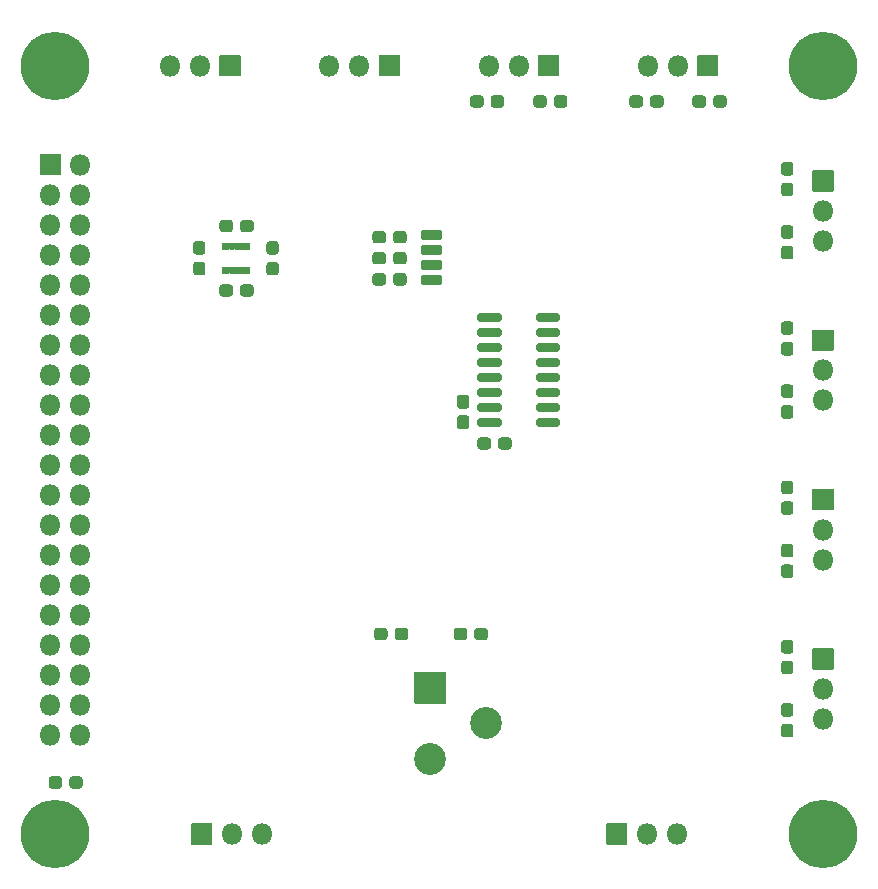
<source format=gbr>
G04 #@! TF.GenerationSoftware,KiCad,Pcbnew,5.1.9-73d0e3b20d~88~ubuntu20.04.1*
G04 #@! TF.CreationDate,2020-12-30T12:03:23-07:00*
G04 #@! TF.ProjectId,Motherboard,4d6f7468-6572-4626-9f61-72642e6b6963,rev?*
G04 #@! TF.SameCoordinates,Original*
G04 #@! TF.FileFunction,Soldermask,Top*
G04 #@! TF.FilePolarity,Negative*
%FSLAX46Y46*%
G04 Gerber Fmt 4.6, Leading zero omitted, Abs format (unit mm)*
G04 Created by KiCad (PCBNEW 5.1.9-73d0e3b20d~88~ubuntu20.04.1) date 2020-12-30 12:03:23*
%MOMM*%
%LPD*%
G01*
G04 APERTURE LIST*
%ADD10C,5.802000*%
%ADD11O,1.802000X1.802000*%
%ADD12C,2.702000*%
%ADD13C,0.100000*%
G04 APERTURE END LIST*
G36*
G01*
X93646000Y-61713000D02*
X93646000Y-62239000D01*
G75*
G02*
X93383000Y-62502000I-263000J0D01*
G01*
X92757000Y-62502000D01*
G75*
G02*
X92494000Y-62239000I0J263000D01*
G01*
X92494000Y-61713000D01*
G75*
G02*
X92757000Y-61450000I263000J0D01*
G01*
X93383000Y-61450000D01*
G75*
G02*
X93646000Y-61713000I0J-263000D01*
G01*
G37*
G36*
G01*
X91896000Y-61713000D02*
X91896000Y-62239000D01*
G75*
G02*
X91633000Y-62502000I-263000J0D01*
G01*
X91007000Y-62502000D01*
G75*
G02*
X90744000Y-62239000I0J263000D01*
G01*
X90744000Y-61713000D01*
G75*
G02*
X91007000Y-61450000I263000J0D01*
G01*
X91633000Y-61450000D01*
G75*
G02*
X91896000Y-61713000I0J-263000D01*
G01*
G37*
G36*
G01*
X67463000Y-45992500D02*
X66937000Y-45992500D01*
G75*
G02*
X66674000Y-45729500I0J263000D01*
G01*
X66674000Y-45103500D01*
G75*
G02*
X66937000Y-44840500I263000J0D01*
G01*
X67463000Y-44840500D01*
G75*
G02*
X67726000Y-45103500I0J-263000D01*
G01*
X67726000Y-45729500D01*
G75*
G02*
X67463000Y-45992500I-263000J0D01*
G01*
G37*
G36*
G01*
X67463000Y-47742500D02*
X66937000Y-47742500D01*
G75*
G02*
X66674000Y-47479500I0J263000D01*
G01*
X66674000Y-46853500D01*
G75*
G02*
X66937000Y-46590500I263000J0D01*
G01*
X67463000Y-46590500D01*
G75*
G02*
X67726000Y-46853500I0J-263000D01*
G01*
X67726000Y-47479500D01*
G75*
G02*
X67463000Y-47742500I-263000J0D01*
G01*
G37*
G36*
G01*
X68907000Y-49285000D02*
X68907000Y-48759000D01*
G75*
G02*
X69170000Y-48496000I263000J0D01*
G01*
X69796000Y-48496000D01*
G75*
G02*
X70059000Y-48759000I0J-263000D01*
G01*
X70059000Y-49285000D01*
G75*
G02*
X69796000Y-49548000I-263000J0D01*
G01*
X69170000Y-49548000D01*
G75*
G02*
X68907000Y-49285000I0J263000D01*
G01*
G37*
G36*
G01*
X70657000Y-49285000D02*
X70657000Y-48759000D01*
G75*
G02*
X70920000Y-48496000I263000J0D01*
G01*
X71546000Y-48496000D01*
G75*
G02*
X71809000Y-48759000I0J-263000D01*
G01*
X71809000Y-49285000D01*
G75*
G02*
X71546000Y-49548000I-263000J0D01*
G01*
X70920000Y-49548000D01*
G75*
G02*
X70657000Y-49285000I0J263000D01*
G01*
G37*
G36*
G01*
X83013000Y-46028500D02*
X83013000Y-46554500D01*
G75*
G02*
X82750000Y-46817500I-263000J0D01*
G01*
X82124000Y-46817500D01*
G75*
G02*
X81861000Y-46554500I0J263000D01*
G01*
X81861000Y-46028500D01*
G75*
G02*
X82124000Y-45765500I263000J0D01*
G01*
X82750000Y-45765500D01*
G75*
G02*
X83013000Y-46028500I0J-263000D01*
G01*
G37*
G36*
G01*
X84763000Y-46028500D02*
X84763000Y-46554500D01*
G75*
G02*
X84500000Y-46817500I-263000J0D01*
G01*
X83874000Y-46817500D01*
G75*
G02*
X83611000Y-46554500I0J263000D01*
G01*
X83611000Y-46028500D01*
G75*
G02*
X83874000Y-45765500I263000J0D01*
G01*
X84500000Y-45765500D01*
G75*
G02*
X84763000Y-46028500I0J-263000D01*
G01*
G37*
G36*
G01*
X56190500Y-90941000D02*
X56190500Y-90415000D01*
G75*
G02*
X56453500Y-90152000I263000J0D01*
G01*
X57079500Y-90152000D01*
G75*
G02*
X57342500Y-90415000I0J-263000D01*
G01*
X57342500Y-90941000D01*
G75*
G02*
X57079500Y-91204000I-263000J0D01*
G01*
X56453500Y-91204000D01*
G75*
G02*
X56190500Y-90941000I0J263000D01*
G01*
G37*
G36*
G01*
X54440500Y-90941000D02*
X54440500Y-90415000D01*
G75*
G02*
X54703500Y-90152000I263000J0D01*
G01*
X55329500Y-90152000D01*
G75*
G02*
X55592500Y-90415000I0J-263000D01*
G01*
X55592500Y-90941000D01*
G75*
G02*
X55329500Y-91204000I-263000J0D01*
G01*
X54703500Y-91204000D01*
G75*
G02*
X54440500Y-90941000I0J263000D01*
G01*
G37*
G36*
G01*
X81994000Y-78368000D02*
X81994000Y-77842000D01*
G75*
G02*
X82257000Y-77579000I263000J0D01*
G01*
X82883000Y-77579000D01*
G75*
G02*
X83146000Y-77842000I0J-263000D01*
G01*
X83146000Y-78368000D01*
G75*
G02*
X82883000Y-78631000I-263000J0D01*
G01*
X82257000Y-78631000D01*
G75*
G02*
X81994000Y-78368000I0J263000D01*
G01*
G37*
G36*
G01*
X83744000Y-78368000D02*
X83744000Y-77842000D01*
G75*
G02*
X84007000Y-77579000I263000J0D01*
G01*
X84633000Y-77579000D01*
G75*
G02*
X84896000Y-77842000I0J-263000D01*
G01*
X84896000Y-78368000D01*
G75*
G02*
X84633000Y-78631000I-263000J0D01*
G01*
X84007000Y-78631000D01*
G75*
G02*
X83744000Y-78368000I0J263000D01*
G01*
G37*
D10*
X55000000Y-30000000D03*
X120000000Y-30000000D03*
X55000000Y-95000000D03*
X120000000Y-95000000D03*
G36*
G01*
X82430000Y-29099000D02*
X84130000Y-29099000D01*
G75*
G02*
X84181000Y-29150000I0J-51000D01*
G01*
X84181000Y-30850000D01*
G75*
G02*
X84130000Y-30901000I-51000J0D01*
G01*
X82430000Y-30901000D01*
G75*
G02*
X82379000Y-30850000I0J51000D01*
G01*
X82379000Y-29150000D01*
G75*
G02*
X82430000Y-29099000I51000J0D01*
G01*
G37*
D11*
X80740000Y-30000000D03*
X78200000Y-30000000D03*
X64710000Y-30000000D03*
X67250000Y-30000000D03*
G36*
G01*
X68940000Y-29099000D02*
X70640000Y-29099000D01*
G75*
G02*
X70691000Y-29150000I0J-51000D01*
G01*
X70691000Y-30850000D01*
G75*
G02*
X70640000Y-30901000I-51000J0D01*
G01*
X68940000Y-30901000D01*
G75*
G02*
X68889000Y-30850000I0J51000D01*
G01*
X68889000Y-29150000D01*
G75*
G02*
X68940000Y-29099000I51000J0D01*
G01*
G37*
G36*
G01*
X53693000Y-39225000D02*
X53693000Y-37525000D01*
G75*
G02*
X53744000Y-37474000I51000J0D01*
G01*
X55444000Y-37474000D01*
G75*
G02*
X55495000Y-37525000I0J-51000D01*
G01*
X55495000Y-39225000D01*
G75*
G02*
X55444000Y-39276000I-51000J0D01*
G01*
X53744000Y-39276000D01*
G75*
G02*
X53693000Y-39225000I0J51000D01*
G01*
G37*
X57134000Y-38375000D03*
X54594000Y-40915000D03*
X57134000Y-40915000D03*
X54594000Y-43455000D03*
X57134000Y-43455000D03*
X54594000Y-45995000D03*
X57134000Y-45995000D03*
X54594000Y-48535000D03*
X57134000Y-48535000D03*
X54594000Y-51075000D03*
X57134000Y-51075000D03*
X54594000Y-53615000D03*
X57134000Y-53615000D03*
X54594000Y-56155000D03*
X57134000Y-56155000D03*
X54594000Y-58695000D03*
X57134000Y-58695000D03*
X54594000Y-61235000D03*
X57134000Y-61235000D03*
X54594000Y-63775000D03*
X57134000Y-63775000D03*
X54594000Y-66315000D03*
X57134000Y-66315000D03*
X54594000Y-68855000D03*
X57134000Y-68855000D03*
X54594000Y-71395000D03*
X57134000Y-71395000D03*
X54594000Y-73935000D03*
X57134000Y-73935000D03*
X54594000Y-76475000D03*
X57134000Y-76475000D03*
X54594000Y-79015000D03*
X57134000Y-79015000D03*
X54594000Y-81555000D03*
X57134000Y-81555000D03*
X54594000Y-84095000D03*
X57134000Y-84095000D03*
X54594000Y-86635000D03*
X57134000Y-86635000D03*
G36*
G01*
X103400000Y-95947000D02*
X101700000Y-95947000D01*
G75*
G02*
X101649000Y-95896000I0J51000D01*
G01*
X101649000Y-94196000D01*
G75*
G02*
X101700000Y-94145000I51000J0D01*
G01*
X103400000Y-94145000D01*
G75*
G02*
X103451000Y-94196000I0J-51000D01*
G01*
X103451000Y-95896000D01*
G75*
G02*
X103400000Y-95947000I-51000J0D01*
G01*
G37*
X105090000Y-95046000D03*
X107630000Y-95046000D03*
X72480000Y-95046000D03*
X69940000Y-95046000D03*
G36*
G01*
X68250000Y-95947000D02*
X66550000Y-95947000D01*
G75*
G02*
X66499000Y-95896000I0J51000D01*
G01*
X66499000Y-94196000D01*
G75*
G02*
X66550000Y-94145000I51000J0D01*
G01*
X68250000Y-94145000D01*
G75*
G02*
X68301000Y-94196000I0J-51000D01*
G01*
X68301000Y-95896000D01*
G75*
G02*
X68250000Y-95947000I-51000J0D01*
G01*
G37*
X120000000Y-85290000D03*
X120000000Y-82750000D03*
G36*
G01*
X119099000Y-81060000D02*
X119099000Y-79360000D01*
G75*
G02*
X119150000Y-79309000I51000J0D01*
G01*
X120850000Y-79309000D01*
G75*
G02*
X120901000Y-79360000I0J-51000D01*
G01*
X120901000Y-81060000D01*
G75*
G02*
X120850000Y-81111000I-51000J0D01*
G01*
X119150000Y-81111000D01*
G75*
G02*
X119099000Y-81060000I0J51000D01*
G01*
G37*
G36*
G01*
X119099000Y-67570000D02*
X119099000Y-65870000D01*
G75*
G02*
X119150000Y-65819000I51000J0D01*
G01*
X120850000Y-65819000D01*
G75*
G02*
X120901000Y-65870000I0J-51000D01*
G01*
X120901000Y-67570000D01*
G75*
G02*
X120850000Y-67621000I-51000J0D01*
G01*
X119150000Y-67621000D01*
G75*
G02*
X119099000Y-67570000I0J51000D01*
G01*
G37*
X120000000Y-69260000D03*
X120000000Y-71800000D03*
X120000000Y-58310000D03*
X120000000Y-55770000D03*
G36*
G01*
X119099000Y-54080000D02*
X119099000Y-52380000D01*
G75*
G02*
X119150000Y-52329000I51000J0D01*
G01*
X120850000Y-52329000D01*
G75*
G02*
X120901000Y-52380000I0J-51000D01*
G01*
X120901000Y-54080000D01*
G75*
G02*
X120850000Y-54131000I-51000J0D01*
G01*
X119150000Y-54131000D01*
G75*
G02*
X119099000Y-54080000I0J51000D01*
G01*
G37*
X120000000Y-44820000D03*
X120000000Y-42280000D03*
G36*
G01*
X119099000Y-40590000D02*
X119099000Y-38890000D01*
G75*
G02*
X119150000Y-38839000I51000J0D01*
G01*
X120850000Y-38839000D01*
G75*
G02*
X120901000Y-38890000I0J-51000D01*
G01*
X120901000Y-40590000D01*
G75*
G02*
X120850000Y-40641000I-51000J0D01*
G01*
X119150000Y-40641000D01*
G75*
G02*
X119099000Y-40590000I0J51000D01*
G01*
G37*
G36*
G01*
X109410000Y-29099000D02*
X111110000Y-29099000D01*
G75*
G02*
X111161000Y-29150000I0J-51000D01*
G01*
X111161000Y-30850000D01*
G75*
G02*
X111110000Y-30901000I-51000J0D01*
G01*
X109410000Y-30901000D01*
G75*
G02*
X109359000Y-30850000I0J51000D01*
G01*
X109359000Y-29150000D01*
G75*
G02*
X109410000Y-29099000I51000J0D01*
G01*
G37*
X107720000Y-30000000D03*
X105180000Y-30000000D03*
G36*
G01*
X95920000Y-29099000D02*
X97620000Y-29099000D01*
G75*
G02*
X97671000Y-29150000I0J-51000D01*
G01*
X97671000Y-30850000D01*
G75*
G02*
X97620000Y-30901000I-51000J0D01*
G01*
X95920000Y-30901000D01*
G75*
G02*
X95869000Y-30850000I0J51000D01*
G01*
X95869000Y-29150000D01*
G75*
G02*
X95920000Y-29099000I51000J0D01*
G01*
G37*
X94230000Y-30000000D03*
X91690000Y-30000000D03*
G36*
G01*
X117243000Y-85111000D02*
X116717000Y-85111000D01*
G75*
G02*
X116454000Y-84848000I0J263000D01*
G01*
X116454000Y-84222000D01*
G75*
G02*
X116717000Y-83959000I263000J0D01*
G01*
X117243000Y-83959000D01*
G75*
G02*
X117506000Y-84222000I0J-263000D01*
G01*
X117506000Y-84848000D01*
G75*
G02*
X117243000Y-85111000I-263000J0D01*
G01*
G37*
G36*
G01*
X117243000Y-86861000D02*
X116717000Y-86861000D01*
G75*
G02*
X116454000Y-86598000I0J263000D01*
G01*
X116454000Y-85972000D01*
G75*
G02*
X116717000Y-85709000I263000J0D01*
G01*
X117243000Y-85709000D01*
G75*
G02*
X117506000Y-85972000I0J-263000D01*
G01*
X117506000Y-86598000D01*
G75*
G02*
X117243000Y-86861000I-263000J0D01*
G01*
G37*
G36*
G01*
X117243000Y-79761000D02*
X116717000Y-79761000D01*
G75*
G02*
X116454000Y-79498000I0J263000D01*
G01*
X116454000Y-78872000D01*
G75*
G02*
X116717000Y-78609000I263000J0D01*
G01*
X117243000Y-78609000D01*
G75*
G02*
X117506000Y-78872000I0J-263000D01*
G01*
X117506000Y-79498000D01*
G75*
G02*
X117243000Y-79761000I-263000J0D01*
G01*
G37*
G36*
G01*
X117243000Y-81511000D02*
X116717000Y-81511000D01*
G75*
G02*
X116454000Y-81248000I0J263000D01*
G01*
X116454000Y-80622000D01*
G75*
G02*
X116717000Y-80359000I263000J0D01*
G01*
X117243000Y-80359000D01*
G75*
G02*
X117506000Y-80622000I0J-263000D01*
G01*
X117506000Y-81248000D01*
G75*
G02*
X117243000Y-81511000I-263000J0D01*
G01*
G37*
G36*
G01*
X117243000Y-73371000D02*
X116717000Y-73371000D01*
G75*
G02*
X116454000Y-73108000I0J263000D01*
G01*
X116454000Y-72482000D01*
G75*
G02*
X116717000Y-72219000I263000J0D01*
G01*
X117243000Y-72219000D01*
G75*
G02*
X117506000Y-72482000I0J-263000D01*
G01*
X117506000Y-73108000D01*
G75*
G02*
X117243000Y-73371000I-263000J0D01*
G01*
G37*
G36*
G01*
X117243000Y-71621000D02*
X116717000Y-71621000D01*
G75*
G02*
X116454000Y-71358000I0J263000D01*
G01*
X116454000Y-70732000D01*
G75*
G02*
X116717000Y-70469000I263000J0D01*
G01*
X117243000Y-70469000D01*
G75*
G02*
X117506000Y-70732000I0J-263000D01*
G01*
X117506000Y-71358000D01*
G75*
G02*
X117243000Y-71621000I-263000J0D01*
G01*
G37*
G36*
G01*
X117243000Y-66271000D02*
X116717000Y-66271000D01*
G75*
G02*
X116454000Y-66008000I0J263000D01*
G01*
X116454000Y-65382000D01*
G75*
G02*
X116717000Y-65119000I263000J0D01*
G01*
X117243000Y-65119000D01*
G75*
G02*
X117506000Y-65382000I0J-263000D01*
G01*
X117506000Y-66008000D01*
G75*
G02*
X117243000Y-66271000I-263000J0D01*
G01*
G37*
G36*
G01*
X117243000Y-68021000D02*
X116717000Y-68021000D01*
G75*
G02*
X116454000Y-67758000I0J263000D01*
G01*
X116454000Y-67132000D01*
G75*
G02*
X116717000Y-66869000I263000J0D01*
G01*
X117243000Y-66869000D01*
G75*
G02*
X117506000Y-67132000I0J-263000D01*
G01*
X117506000Y-67758000D01*
G75*
G02*
X117243000Y-68021000I-263000J0D01*
G01*
G37*
G36*
G01*
X70059000Y-43301000D02*
X70059000Y-43827000D01*
G75*
G02*
X69796000Y-44090000I-263000J0D01*
G01*
X69170000Y-44090000D01*
G75*
G02*
X68907000Y-43827000I0J263000D01*
G01*
X68907000Y-43301000D01*
G75*
G02*
X69170000Y-43038000I263000J0D01*
G01*
X69796000Y-43038000D01*
G75*
G02*
X70059000Y-43301000I0J-263000D01*
G01*
G37*
G36*
G01*
X71809000Y-43301000D02*
X71809000Y-43827000D01*
G75*
G02*
X71546000Y-44090000I-263000J0D01*
G01*
X70920000Y-44090000D01*
G75*
G02*
X70657000Y-43827000I0J263000D01*
G01*
X70657000Y-43301000D01*
G75*
G02*
X70920000Y-43038000I263000J0D01*
G01*
X71546000Y-43038000D01*
G75*
G02*
X71809000Y-43301000I0J-263000D01*
G01*
G37*
G36*
G01*
X73143000Y-44840500D02*
X73669000Y-44840500D01*
G75*
G02*
X73932000Y-45103500I0J-263000D01*
G01*
X73932000Y-45729500D01*
G75*
G02*
X73669000Y-45992500I-263000J0D01*
G01*
X73143000Y-45992500D01*
G75*
G02*
X72880000Y-45729500I0J263000D01*
G01*
X72880000Y-45103500D01*
G75*
G02*
X73143000Y-44840500I263000J0D01*
G01*
G37*
G36*
G01*
X73143000Y-46590500D02*
X73669000Y-46590500D01*
G75*
G02*
X73932000Y-46853500I0J-263000D01*
G01*
X73932000Y-47479500D01*
G75*
G02*
X73669000Y-47742500I-263000J0D01*
G01*
X73143000Y-47742500D01*
G75*
G02*
X72880000Y-47479500I0J263000D01*
G01*
X72880000Y-46853500D01*
G75*
G02*
X73143000Y-46590500I263000J0D01*
G01*
G37*
G36*
G01*
X117243000Y-59881000D02*
X116717000Y-59881000D01*
G75*
G02*
X116454000Y-59618000I0J263000D01*
G01*
X116454000Y-58992000D01*
G75*
G02*
X116717000Y-58729000I263000J0D01*
G01*
X117243000Y-58729000D01*
G75*
G02*
X117506000Y-58992000I0J-263000D01*
G01*
X117506000Y-59618000D01*
G75*
G02*
X117243000Y-59881000I-263000J0D01*
G01*
G37*
G36*
G01*
X117243000Y-58131000D02*
X116717000Y-58131000D01*
G75*
G02*
X116454000Y-57868000I0J263000D01*
G01*
X116454000Y-57242000D01*
G75*
G02*
X116717000Y-56979000I263000J0D01*
G01*
X117243000Y-56979000D01*
G75*
G02*
X117506000Y-57242000I0J-263000D01*
G01*
X117506000Y-57868000D01*
G75*
G02*
X117243000Y-58131000I-263000J0D01*
G01*
G37*
G36*
G01*
X117243000Y-52781000D02*
X116717000Y-52781000D01*
G75*
G02*
X116454000Y-52518000I0J263000D01*
G01*
X116454000Y-51892000D01*
G75*
G02*
X116717000Y-51629000I263000J0D01*
G01*
X117243000Y-51629000D01*
G75*
G02*
X117506000Y-51892000I0J-263000D01*
G01*
X117506000Y-52518000D01*
G75*
G02*
X117243000Y-52781000I-263000J0D01*
G01*
G37*
G36*
G01*
X117243000Y-54531000D02*
X116717000Y-54531000D01*
G75*
G02*
X116454000Y-54268000I0J263000D01*
G01*
X116454000Y-53642000D01*
G75*
G02*
X116717000Y-53379000I263000J0D01*
G01*
X117243000Y-53379000D01*
G75*
G02*
X117506000Y-53642000I0J-263000D01*
G01*
X117506000Y-54268000D01*
G75*
G02*
X117243000Y-54531000I-263000J0D01*
G01*
G37*
G36*
G01*
X117243000Y-46391000D02*
X116717000Y-46391000D01*
G75*
G02*
X116454000Y-46128000I0J263000D01*
G01*
X116454000Y-45502000D01*
G75*
G02*
X116717000Y-45239000I263000J0D01*
G01*
X117243000Y-45239000D01*
G75*
G02*
X117506000Y-45502000I0J-263000D01*
G01*
X117506000Y-46128000D01*
G75*
G02*
X117243000Y-46391000I-263000J0D01*
G01*
G37*
G36*
G01*
X117243000Y-44641000D02*
X116717000Y-44641000D01*
G75*
G02*
X116454000Y-44378000I0J263000D01*
G01*
X116454000Y-43752000D01*
G75*
G02*
X116717000Y-43489000I263000J0D01*
G01*
X117243000Y-43489000D01*
G75*
G02*
X117506000Y-43752000I0J-263000D01*
G01*
X117506000Y-44378000D01*
G75*
G02*
X117243000Y-44641000I-263000J0D01*
G01*
G37*
G36*
G01*
X117243000Y-41041000D02*
X116717000Y-41041000D01*
G75*
G02*
X116454000Y-40778000I0J263000D01*
G01*
X116454000Y-40152000D01*
G75*
G02*
X116717000Y-39889000I263000J0D01*
G01*
X117243000Y-39889000D01*
G75*
G02*
X117506000Y-40152000I0J-263000D01*
G01*
X117506000Y-40778000D01*
G75*
G02*
X117243000Y-41041000I-263000J0D01*
G01*
G37*
G36*
G01*
X117243000Y-39291000D02*
X116717000Y-39291000D01*
G75*
G02*
X116454000Y-39028000I0J263000D01*
G01*
X116454000Y-38402000D01*
G75*
G02*
X116717000Y-38139000I263000J0D01*
G01*
X117243000Y-38139000D01*
G75*
G02*
X117506000Y-38402000I0J-263000D01*
G01*
X117506000Y-39028000D01*
G75*
G02*
X117243000Y-39291000I-263000J0D01*
G01*
G37*
G36*
G01*
X105359000Y-33283000D02*
X105359000Y-32757000D01*
G75*
G02*
X105622000Y-32494000I263000J0D01*
G01*
X106248000Y-32494000D01*
G75*
G02*
X106511000Y-32757000I0J-263000D01*
G01*
X106511000Y-33283000D01*
G75*
G02*
X106248000Y-33546000I-263000J0D01*
G01*
X105622000Y-33546000D01*
G75*
G02*
X105359000Y-33283000I0J263000D01*
G01*
G37*
G36*
G01*
X103609000Y-33283000D02*
X103609000Y-32757000D01*
G75*
G02*
X103872000Y-32494000I263000J0D01*
G01*
X104498000Y-32494000D01*
G75*
G02*
X104761000Y-32757000I0J-263000D01*
G01*
X104761000Y-33283000D01*
G75*
G02*
X104498000Y-33546000I-263000J0D01*
G01*
X103872000Y-33546000D01*
G75*
G02*
X103609000Y-33283000I0J263000D01*
G01*
G37*
G36*
G01*
X110709000Y-33283000D02*
X110709000Y-32757000D01*
G75*
G02*
X110972000Y-32494000I263000J0D01*
G01*
X111598000Y-32494000D01*
G75*
G02*
X111861000Y-32757000I0J-263000D01*
G01*
X111861000Y-33283000D01*
G75*
G02*
X111598000Y-33546000I-263000J0D01*
G01*
X110972000Y-33546000D01*
G75*
G02*
X110709000Y-33283000I0J263000D01*
G01*
G37*
G36*
G01*
X108959000Y-33283000D02*
X108959000Y-32757000D01*
G75*
G02*
X109222000Y-32494000I263000J0D01*
G01*
X109848000Y-32494000D01*
G75*
G02*
X110111000Y-32757000I0J-263000D01*
G01*
X110111000Y-33283000D01*
G75*
G02*
X109848000Y-33546000I-263000J0D01*
G01*
X109222000Y-33546000D01*
G75*
G02*
X108959000Y-33283000I0J263000D01*
G01*
G37*
G36*
G01*
X91869000Y-33283000D02*
X91869000Y-32757000D01*
G75*
G02*
X92132000Y-32494000I263000J0D01*
G01*
X92758000Y-32494000D01*
G75*
G02*
X93021000Y-32757000I0J-263000D01*
G01*
X93021000Y-33283000D01*
G75*
G02*
X92758000Y-33546000I-263000J0D01*
G01*
X92132000Y-33546000D01*
G75*
G02*
X91869000Y-33283000I0J263000D01*
G01*
G37*
G36*
G01*
X90119000Y-33283000D02*
X90119000Y-32757000D01*
G75*
G02*
X90382000Y-32494000I263000J0D01*
G01*
X91008000Y-32494000D01*
G75*
G02*
X91271000Y-32757000I0J-263000D01*
G01*
X91271000Y-33283000D01*
G75*
G02*
X91008000Y-33546000I-263000J0D01*
G01*
X90382000Y-33546000D01*
G75*
G02*
X90119000Y-33283000I0J263000D01*
G01*
G37*
G36*
G01*
X95469000Y-33283000D02*
X95469000Y-32757000D01*
G75*
G02*
X95732000Y-32494000I263000J0D01*
G01*
X96358000Y-32494000D01*
G75*
G02*
X96621000Y-32757000I0J-263000D01*
G01*
X96621000Y-33283000D01*
G75*
G02*
X96358000Y-33546000I-263000J0D01*
G01*
X95732000Y-33546000D01*
G75*
G02*
X95469000Y-33283000I0J263000D01*
G01*
G37*
G36*
G01*
X97219000Y-33283000D02*
X97219000Y-32757000D01*
G75*
G02*
X97482000Y-32494000I263000J0D01*
G01*
X98108000Y-32494000D01*
G75*
G02*
X98371000Y-32757000I0J-263000D01*
G01*
X98371000Y-33283000D01*
G75*
G02*
X98108000Y-33546000I-263000J0D01*
G01*
X97482000Y-33546000D01*
G75*
G02*
X97219000Y-33283000I0J263000D01*
G01*
G37*
G36*
G01*
X84763000Y-44247000D02*
X84763000Y-44773000D01*
G75*
G02*
X84500000Y-45036000I-263000J0D01*
G01*
X83874000Y-45036000D01*
G75*
G02*
X83611000Y-44773000I0J263000D01*
G01*
X83611000Y-44247000D01*
G75*
G02*
X83874000Y-43984000I263000J0D01*
G01*
X84500000Y-43984000D01*
G75*
G02*
X84763000Y-44247000I0J-263000D01*
G01*
G37*
G36*
G01*
X83013000Y-44247000D02*
X83013000Y-44773000D01*
G75*
G02*
X82750000Y-45036000I-263000J0D01*
G01*
X82124000Y-45036000D01*
G75*
G02*
X81861000Y-44773000I0J263000D01*
G01*
X81861000Y-44247000D01*
G75*
G02*
X82124000Y-43984000I263000J0D01*
G01*
X82750000Y-43984000D01*
G75*
G02*
X83013000Y-44247000I0J-263000D01*
G01*
G37*
G36*
G01*
X84763000Y-47810000D02*
X84763000Y-48336000D01*
G75*
G02*
X84500000Y-48599000I-263000J0D01*
G01*
X83874000Y-48599000D01*
G75*
G02*
X83611000Y-48336000I0J263000D01*
G01*
X83611000Y-47810000D01*
G75*
G02*
X83874000Y-47547000I263000J0D01*
G01*
X84500000Y-47547000D01*
G75*
G02*
X84763000Y-47810000I0J-263000D01*
G01*
G37*
G36*
G01*
X83013000Y-47810000D02*
X83013000Y-48336000D01*
G75*
G02*
X82750000Y-48599000I-263000J0D01*
G01*
X82124000Y-48599000D01*
G75*
G02*
X81861000Y-48336000I0J263000D01*
G01*
X81861000Y-47810000D01*
G75*
G02*
X82124000Y-47547000I263000J0D01*
G01*
X82750000Y-47547000D01*
G75*
G02*
X83013000Y-47810000I0J-263000D01*
G01*
G37*
G36*
G01*
X89885000Y-77842000D02*
X89885000Y-78368000D01*
G75*
G02*
X89622000Y-78631000I-263000J0D01*
G01*
X88996000Y-78631000D01*
G75*
G02*
X88733000Y-78368000I0J263000D01*
G01*
X88733000Y-77842000D01*
G75*
G02*
X88996000Y-77579000I263000J0D01*
G01*
X89622000Y-77579000D01*
G75*
G02*
X89885000Y-77842000I0J-263000D01*
G01*
G37*
G36*
G01*
X91635000Y-77842000D02*
X91635000Y-78368000D01*
G75*
G02*
X91372000Y-78631000I-263000J0D01*
G01*
X90746000Y-78631000D01*
G75*
G02*
X90483000Y-78368000I0J263000D01*
G01*
X90483000Y-77842000D01*
G75*
G02*
X90746000Y-77579000I263000J0D01*
G01*
X91372000Y-77579000D01*
G75*
G02*
X91635000Y-77842000I0J-263000D01*
G01*
G37*
G36*
G01*
X97746000Y-60024500D02*
X97746000Y-60375500D01*
G75*
G02*
X97570500Y-60551000I-175500J0D01*
G01*
X95869500Y-60551000D01*
G75*
G02*
X95694000Y-60375500I0J175500D01*
G01*
X95694000Y-60024500D01*
G75*
G02*
X95869500Y-59849000I175500J0D01*
G01*
X97570500Y-59849000D01*
G75*
G02*
X97746000Y-60024500I0J-175500D01*
G01*
G37*
G36*
G01*
X97746000Y-58754500D02*
X97746000Y-59105500D01*
G75*
G02*
X97570500Y-59281000I-175500J0D01*
G01*
X95869500Y-59281000D01*
G75*
G02*
X95694000Y-59105500I0J175500D01*
G01*
X95694000Y-58754500D01*
G75*
G02*
X95869500Y-58579000I175500J0D01*
G01*
X97570500Y-58579000D01*
G75*
G02*
X97746000Y-58754500I0J-175500D01*
G01*
G37*
G36*
G01*
X97746000Y-57484500D02*
X97746000Y-57835500D01*
G75*
G02*
X97570500Y-58011000I-175500J0D01*
G01*
X95869500Y-58011000D01*
G75*
G02*
X95694000Y-57835500I0J175500D01*
G01*
X95694000Y-57484500D01*
G75*
G02*
X95869500Y-57309000I175500J0D01*
G01*
X97570500Y-57309000D01*
G75*
G02*
X97746000Y-57484500I0J-175500D01*
G01*
G37*
G36*
G01*
X97746000Y-56214500D02*
X97746000Y-56565500D01*
G75*
G02*
X97570500Y-56741000I-175500J0D01*
G01*
X95869500Y-56741000D01*
G75*
G02*
X95694000Y-56565500I0J175500D01*
G01*
X95694000Y-56214500D01*
G75*
G02*
X95869500Y-56039000I175500J0D01*
G01*
X97570500Y-56039000D01*
G75*
G02*
X97746000Y-56214500I0J-175500D01*
G01*
G37*
G36*
G01*
X97746000Y-54944500D02*
X97746000Y-55295500D01*
G75*
G02*
X97570500Y-55471000I-175500J0D01*
G01*
X95869500Y-55471000D01*
G75*
G02*
X95694000Y-55295500I0J175500D01*
G01*
X95694000Y-54944500D01*
G75*
G02*
X95869500Y-54769000I175500J0D01*
G01*
X97570500Y-54769000D01*
G75*
G02*
X97746000Y-54944500I0J-175500D01*
G01*
G37*
G36*
G01*
X97746000Y-53674500D02*
X97746000Y-54025500D01*
G75*
G02*
X97570500Y-54201000I-175500J0D01*
G01*
X95869500Y-54201000D01*
G75*
G02*
X95694000Y-54025500I0J175500D01*
G01*
X95694000Y-53674500D01*
G75*
G02*
X95869500Y-53499000I175500J0D01*
G01*
X97570500Y-53499000D01*
G75*
G02*
X97746000Y-53674500I0J-175500D01*
G01*
G37*
G36*
G01*
X97746000Y-52404500D02*
X97746000Y-52755500D01*
G75*
G02*
X97570500Y-52931000I-175500J0D01*
G01*
X95869500Y-52931000D01*
G75*
G02*
X95694000Y-52755500I0J175500D01*
G01*
X95694000Y-52404500D01*
G75*
G02*
X95869500Y-52229000I175500J0D01*
G01*
X97570500Y-52229000D01*
G75*
G02*
X97746000Y-52404500I0J-175500D01*
G01*
G37*
G36*
G01*
X97746000Y-51134500D02*
X97746000Y-51485500D01*
G75*
G02*
X97570500Y-51661000I-175500J0D01*
G01*
X95869500Y-51661000D01*
G75*
G02*
X95694000Y-51485500I0J175500D01*
G01*
X95694000Y-51134500D01*
G75*
G02*
X95869500Y-50959000I175500J0D01*
G01*
X97570500Y-50959000D01*
G75*
G02*
X97746000Y-51134500I0J-175500D01*
G01*
G37*
G36*
G01*
X92796000Y-51134500D02*
X92796000Y-51485500D01*
G75*
G02*
X92620500Y-51661000I-175500J0D01*
G01*
X90919500Y-51661000D01*
G75*
G02*
X90744000Y-51485500I0J175500D01*
G01*
X90744000Y-51134500D01*
G75*
G02*
X90919500Y-50959000I175500J0D01*
G01*
X92620500Y-50959000D01*
G75*
G02*
X92796000Y-51134500I0J-175500D01*
G01*
G37*
G36*
G01*
X92796000Y-52404500D02*
X92796000Y-52755500D01*
G75*
G02*
X92620500Y-52931000I-175500J0D01*
G01*
X90919500Y-52931000D01*
G75*
G02*
X90744000Y-52755500I0J175500D01*
G01*
X90744000Y-52404500D01*
G75*
G02*
X90919500Y-52229000I175500J0D01*
G01*
X92620500Y-52229000D01*
G75*
G02*
X92796000Y-52404500I0J-175500D01*
G01*
G37*
G36*
G01*
X92796000Y-53674500D02*
X92796000Y-54025500D01*
G75*
G02*
X92620500Y-54201000I-175500J0D01*
G01*
X90919500Y-54201000D01*
G75*
G02*
X90744000Y-54025500I0J175500D01*
G01*
X90744000Y-53674500D01*
G75*
G02*
X90919500Y-53499000I175500J0D01*
G01*
X92620500Y-53499000D01*
G75*
G02*
X92796000Y-53674500I0J-175500D01*
G01*
G37*
G36*
G01*
X92796000Y-54944500D02*
X92796000Y-55295500D01*
G75*
G02*
X92620500Y-55471000I-175500J0D01*
G01*
X90919500Y-55471000D01*
G75*
G02*
X90744000Y-55295500I0J175500D01*
G01*
X90744000Y-54944500D01*
G75*
G02*
X90919500Y-54769000I175500J0D01*
G01*
X92620500Y-54769000D01*
G75*
G02*
X92796000Y-54944500I0J-175500D01*
G01*
G37*
G36*
G01*
X92796000Y-56214500D02*
X92796000Y-56565500D01*
G75*
G02*
X92620500Y-56741000I-175500J0D01*
G01*
X90919500Y-56741000D01*
G75*
G02*
X90744000Y-56565500I0J175500D01*
G01*
X90744000Y-56214500D01*
G75*
G02*
X90919500Y-56039000I175500J0D01*
G01*
X92620500Y-56039000D01*
G75*
G02*
X92796000Y-56214500I0J-175500D01*
G01*
G37*
G36*
G01*
X92796000Y-57484500D02*
X92796000Y-57835500D01*
G75*
G02*
X92620500Y-58011000I-175500J0D01*
G01*
X90919500Y-58011000D01*
G75*
G02*
X90744000Y-57835500I0J175500D01*
G01*
X90744000Y-57484500D01*
G75*
G02*
X90919500Y-57309000I175500J0D01*
G01*
X92620500Y-57309000D01*
G75*
G02*
X92796000Y-57484500I0J-175500D01*
G01*
G37*
G36*
G01*
X92796000Y-58754500D02*
X92796000Y-59105500D01*
G75*
G02*
X92620500Y-59281000I-175500J0D01*
G01*
X90919500Y-59281000D01*
G75*
G02*
X90744000Y-59105500I0J175500D01*
G01*
X90744000Y-58754500D01*
G75*
G02*
X90919500Y-58579000I175500J0D01*
G01*
X92620500Y-58579000D01*
G75*
G02*
X92796000Y-58754500I0J-175500D01*
G01*
G37*
G36*
G01*
X92796000Y-60024500D02*
X92796000Y-60375500D01*
G75*
G02*
X92620500Y-60551000I-175500J0D01*
G01*
X90919500Y-60551000D01*
G75*
G02*
X90744000Y-60375500I0J175500D01*
G01*
X90744000Y-60024500D01*
G75*
G02*
X90919500Y-59849000I175500J0D01*
G01*
X92620500Y-59849000D01*
G75*
G02*
X92796000Y-60024500I0J-175500D01*
G01*
G37*
G36*
G01*
X71453000Y-45567500D02*
X71103000Y-45567500D01*
G75*
G02*
X71052000Y-45516500I0J51000D01*
G01*
X71052000Y-45016500D01*
G75*
G02*
X71103000Y-44965500I51000J0D01*
G01*
X71453000Y-44965500D01*
G75*
G02*
X71504000Y-45016500I0J-51000D01*
G01*
X71504000Y-45516500D01*
G75*
G02*
X71453000Y-45567500I-51000J0D01*
G01*
G37*
G36*
G01*
X70803000Y-45567500D02*
X70453000Y-45567500D01*
G75*
G02*
X70402000Y-45516500I0J51000D01*
G01*
X70402000Y-45016500D01*
G75*
G02*
X70453000Y-44965500I51000J0D01*
G01*
X70803000Y-44965500D01*
G75*
G02*
X70854000Y-45016500I0J-51000D01*
G01*
X70854000Y-45516500D01*
G75*
G02*
X70803000Y-45567500I-51000J0D01*
G01*
G37*
G36*
G01*
X70153000Y-45567500D02*
X69803000Y-45567500D01*
G75*
G02*
X69752000Y-45516500I0J51000D01*
G01*
X69752000Y-45016500D01*
G75*
G02*
X69803000Y-44965500I51000J0D01*
G01*
X70153000Y-44965500D01*
G75*
G02*
X70204000Y-45016500I0J-51000D01*
G01*
X70204000Y-45516500D01*
G75*
G02*
X70153000Y-45567500I-51000J0D01*
G01*
G37*
G36*
G01*
X69503000Y-45567500D02*
X69153000Y-45567500D01*
G75*
G02*
X69102000Y-45516500I0J51000D01*
G01*
X69102000Y-45016500D01*
G75*
G02*
X69153000Y-44965500I51000J0D01*
G01*
X69503000Y-44965500D01*
G75*
G02*
X69554000Y-45016500I0J-51000D01*
G01*
X69554000Y-45516500D01*
G75*
G02*
X69503000Y-45567500I-51000J0D01*
G01*
G37*
G36*
G01*
X69503000Y-47617500D02*
X69153000Y-47617500D01*
G75*
G02*
X69102000Y-47566500I0J51000D01*
G01*
X69102000Y-47066500D01*
G75*
G02*
X69153000Y-47015500I51000J0D01*
G01*
X69503000Y-47015500D01*
G75*
G02*
X69554000Y-47066500I0J-51000D01*
G01*
X69554000Y-47566500D01*
G75*
G02*
X69503000Y-47617500I-51000J0D01*
G01*
G37*
G36*
G01*
X70153000Y-47617500D02*
X69803000Y-47617500D01*
G75*
G02*
X69752000Y-47566500I0J51000D01*
G01*
X69752000Y-47066500D01*
G75*
G02*
X69803000Y-47015500I51000J0D01*
G01*
X70153000Y-47015500D01*
G75*
G02*
X70204000Y-47066500I0J-51000D01*
G01*
X70204000Y-47566500D01*
G75*
G02*
X70153000Y-47617500I-51000J0D01*
G01*
G37*
G36*
G01*
X70803000Y-47617500D02*
X70453000Y-47617500D01*
G75*
G02*
X70402000Y-47566500I0J51000D01*
G01*
X70402000Y-47066500D01*
G75*
G02*
X70453000Y-47015500I51000J0D01*
G01*
X70803000Y-47015500D01*
G75*
G02*
X70854000Y-47066500I0J-51000D01*
G01*
X70854000Y-47566500D01*
G75*
G02*
X70803000Y-47617500I-51000J0D01*
G01*
G37*
G36*
G01*
X71453000Y-47617500D02*
X71103000Y-47617500D01*
G75*
G02*
X71052000Y-47566500I0J51000D01*
G01*
X71052000Y-47066500D01*
G75*
G02*
X71103000Y-47015500I51000J0D01*
G01*
X71453000Y-47015500D01*
G75*
G02*
X71504000Y-47066500I0J-51000D01*
G01*
X71504000Y-47566500D01*
G75*
G02*
X71453000Y-47617500I-51000J0D01*
G01*
G37*
G36*
G01*
X87660001Y-47264000D02*
X86059999Y-47264000D01*
G75*
G02*
X86009000Y-47213001I0J50999D01*
G01*
X86009000Y-46512999D01*
G75*
G02*
X86059999Y-46462000I50999J0D01*
G01*
X87660001Y-46462000D01*
G75*
G02*
X87711000Y-46512999I0J-50999D01*
G01*
X87711000Y-47213001D01*
G75*
G02*
X87660001Y-47264000I-50999J0D01*
G01*
G37*
G36*
G01*
X87660001Y-48534000D02*
X86059999Y-48534000D01*
G75*
G02*
X86009000Y-48483001I0J50999D01*
G01*
X86009000Y-47782999D01*
G75*
G02*
X86059999Y-47732000I50999J0D01*
G01*
X87660001Y-47732000D01*
G75*
G02*
X87711000Y-47782999I0J-50999D01*
G01*
X87711000Y-48483001D01*
G75*
G02*
X87660001Y-48534000I-50999J0D01*
G01*
G37*
G36*
G01*
X87660001Y-45994000D02*
X86059999Y-45994000D01*
G75*
G02*
X86009000Y-45943001I0J50999D01*
G01*
X86009000Y-45242999D01*
G75*
G02*
X86059999Y-45192000I50999J0D01*
G01*
X87660001Y-45192000D01*
G75*
G02*
X87711000Y-45242999I0J-50999D01*
G01*
X87711000Y-45943001D01*
G75*
G02*
X87660001Y-45994000I-50999J0D01*
G01*
G37*
G36*
G01*
X87660001Y-44724000D02*
X86059999Y-44724000D01*
G75*
G02*
X86009000Y-44673001I0J50999D01*
G01*
X86009000Y-43972999D01*
G75*
G02*
X86059999Y-43922000I50999J0D01*
G01*
X87660001Y-43922000D01*
G75*
G02*
X87711000Y-43972999I0J-50999D01*
G01*
X87711000Y-44673001D01*
G75*
G02*
X87660001Y-44724000I-50999J0D01*
G01*
G37*
G36*
G01*
X85399000Y-83946000D02*
X85399000Y-81346000D01*
G75*
G02*
X85450000Y-81295000I51000J0D01*
G01*
X88050000Y-81295000D01*
G75*
G02*
X88101000Y-81346000I0J-51000D01*
G01*
X88101000Y-83946000D01*
G75*
G02*
X88050000Y-83997000I-51000J0D01*
G01*
X85450000Y-83997000D01*
G75*
G02*
X85399000Y-83946000I0J51000D01*
G01*
G37*
D12*
X86750000Y-88646000D03*
X91450000Y-85646000D03*
G36*
G01*
X89798000Y-60760000D02*
X89272000Y-60760000D01*
G75*
G02*
X89009000Y-60497000I0J263000D01*
G01*
X89009000Y-59846000D01*
G75*
G02*
X89272000Y-59583000I263000J0D01*
G01*
X89798000Y-59583000D01*
G75*
G02*
X90061000Y-59846000I0J-263000D01*
G01*
X90061000Y-60497000D01*
G75*
G02*
X89798000Y-60760000I-263000J0D01*
G01*
G37*
G36*
G01*
X89798000Y-59035000D02*
X89272000Y-59035000D01*
G75*
G02*
X89009000Y-58772000I0J263000D01*
G01*
X89009000Y-58121000D01*
G75*
G02*
X89272000Y-57858000I263000J0D01*
G01*
X89798000Y-57858000D01*
G75*
G02*
X90061000Y-58121000I0J-263000D01*
G01*
X90061000Y-58772000D01*
G75*
G02*
X89798000Y-59035000I-263000J0D01*
G01*
G37*
D13*
G36*
X71053732Y-47014500D02*
G01*
X71054000Y-47015500D01*
X71054000Y-47617500D01*
X71053000Y-47619232D01*
X71052000Y-47619500D01*
X70854000Y-47619500D01*
X70852268Y-47618500D01*
X70852000Y-47617500D01*
X70852000Y-47015500D01*
X70853000Y-47013768D01*
X70854000Y-47013500D01*
X71052000Y-47013500D01*
X71053732Y-47014500D01*
G37*
G36*
X70403732Y-47014500D02*
G01*
X70404000Y-47015500D01*
X70404000Y-47617500D01*
X70403000Y-47619232D01*
X70402000Y-47619500D01*
X70204000Y-47619500D01*
X70202268Y-47618500D01*
X70202000Y-47617500D01*
X70202000Y-47015500D01*
X70203000Y-47013768D01*
X70204000Y-47013500D01*
X70402000Y-47013500D01*
X70403732Y-47014500D01*
G37*
G36*
X69753732Y-47014500D02*
G01*
X69754000Y-47015500D01*
X69754000Y-47617500D01*
X69753000Y-47619232D01*
X69752000Y-47619500D01*
X69554000Y-47619500D01*
X69552268Y-47618500D01*
X69552000Y-47617500D01*
X69552000Y-47015500D01*
X69553000Y-47013768D01*
X69554000Y-47013500D01*
X69752000Y-47013500D01*
X69753732Y-47014500D01*
G37*
G36*
X69753732Y-44964500D02*
G01*
X69754000Y-44965500D01*
X69754000Y-45567500D01*
X69753000Y-45569232D01*
X69752000Y-45569500D01*
X69554000Y-45569500D01*
X69552268Y-45568500D01*
X69552000Y-45567500D01*
X69552000Y-44965500D01*
X69553000Y-44963768D01*
X69554000Y-44963500D01*
X69752000Y-44963500D01*
X69753732Y-44964500D01*
G37*
G36*
X70403732Y-44964500D02*
G01*
X70404000Y-44965500D01*
X70404000Y-45567500D01*
X70403000Y-45569232D01*
X70402000Y-45569500D01*
X70204000Y-45569500D01*
X70202268Y-45568500D01*
X70202000Y-45567500D01*
X70202000Y-44965500D01*
X70203000Y-44963768D01*
X70204000Y-44963500D01*
X70402000Y-44963500D01*
X70403732Y-44964500D01*
G37*
G36*
X71053732Y-44964500D02*
G01*
X71054000Y-44965500D01*
X71054000Y-45567500D01*
X71053000Y-45569232D01*
X71052000Y-45569500D01*
X70854000Y-45569500D01*
X70852268Y-45568500D01*
X70852000Y-45567500D01*
X70852000Y-44965500D01*
X70853000Y-44963768D01*
X70854000Y-44963500D01*
X71052000Y-44963500D01*
X71053732Y-44964500D01*
G37*
M02*

</source>
